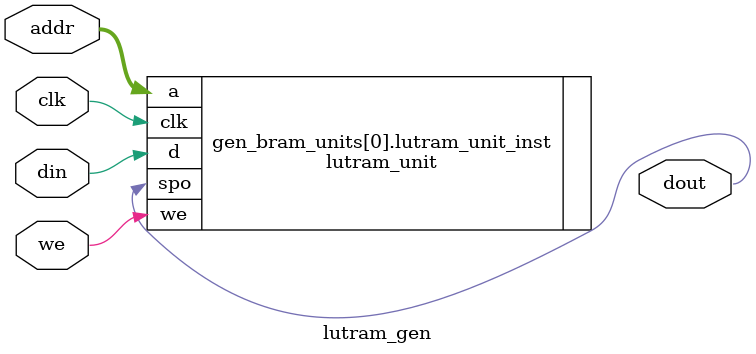
<source format=v>
`timescale 1ns / 1ps

module lutram_gen #(
    parameter WIDTH = 1,
    parameter DEPTH = 64,
    parameter ADDR_WIDTH = $clog2(DEPTH)
) (
    input wire [ADDR_WIDTH-1:0] addr,
    input wire clk,
    input wire [WIDTH-1:0] din,
    output wire [WIDTH-1:0] dout,
    input wire we
);

localparam UNIT_DEPTH = 64;
if (DEPTH > UNIT_DEPTH) begin
    $error("Error: DEPTH (%d) must be less than or equal to %d", DEPTH, UNIT_DEPTH);
end

genvar i;
generate
    for (i = 0; i < WIDTH; i = i + 1) begin : gen_bram_units
        lutram_unit lutram_unit_inst (
            .a      (addr),
            .clk    (clk),
            .d      (din[i]),
            .spo    (dout[i]),
            .we     (we),
        );
    end
endgenerate

endmodule
</source>
